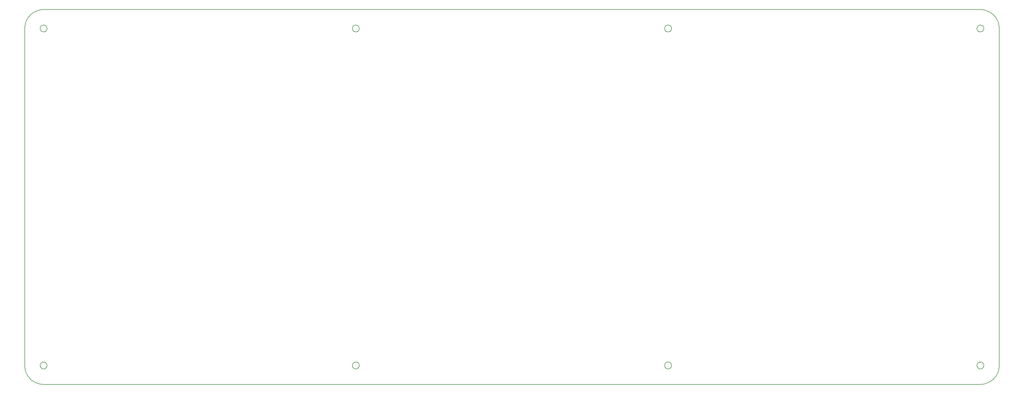
<source format=gbr>
%TF.GenerationSoftware,KiCad,Pcbnew,8.0.7*%
%TF.CreationDate,2025-01-18T15:19:19-06:00*%
%TF.ProjectId,bottom-plate,626f7474-6f6d-42d7-906c-6174652e6b69,rev?*%
%TF.SameCoordinates,Original*%
%TF.FileFunction,Profile,NP*%
%FSLAX46Y46*%
G04 Gerber Fmt 4.6, Leading zero omitted, Abs format (unit mm)*
G04 Created by KiCad (PCBNEW 8.0.7) date 2025-01-18 15:19:19*
%MOMM*%
%LPD*%
G01*
G04 APERTURE LIST*
%TA.AperFunction,Profile*%
%ADD10C,0.188976*%
%TD*%
G04 APERTURE END LIST*
D10*
X221107003Y-129603002D02*
X221413995Y-129760000D01*
X221657006Y-130003003D01*
X221812997Y-130310003D01*
X221866998Y-130649999D01*
X221812997Y-130989003D01*
X221657006Y-131296003D01*
X221413995Y-131538999D01*
X221107003Y-131695997D01*
X220767007Y-131749997D01*
X220426995Y-131695997D01*
X220120996Y-131538999D01*
X219876992Y-131296003D01*
X219721002Y-130989003D01*
X219667001Y-130649999D01*
X219721002Y-130310003D01*
X219876992Y-130003003D01*
X220120996Y-129760000D01*
X220426995Y-129603002D01*
X220767007Y-129550000D01*
X221107003Y-129603002D01*
X22606000Y-129603002D02*
X22913000Y-129760000D01*
X23156000Y-130003003D01*
X23313000Y-130310003D01*
X23367000Y-130649999D01*
X23313000Y-130989003D01*
X23156000Y-131296003D01*
X22913000Y-131538999D01*
X22606000Y-131695997D01*
X22267000Y-131749997D01*
X21927000Y-131695997D01*
X21620000Y-131538999D01*
X21377000Y-131296003D01*
X21220000Y-130989003D01*
X21167000Y-130649999D01*
X21220000Y-130310003D01*
X21377000Y-130003003D01*
X21620000Y-129760000D01*
X21927000Y-129603002D01*
X22267000Y-129550000D01*
X22606000Y-129603002D01*
X121857003Y-129603002D02*
X122163003Y-129760000D01*
X122406999Y-130003003D01*
X122562997Y-130310003D01*
X122616998Y-130649999D01*
X122562997Y-130989003D01*
X122406999Y-131296003D01*
X122163003Y-131538999D01*
X121857003Y-131695997D01*
X121516999Y-131749997D01*
X121177003Y-131695997D01*
X120869996Y-131538999D01*
X120627000Y-131296003D01*
X120471002Y-130989003D01*
X120417001Y-130649999D01*
X120471002Y-130310003D01*
X120627000Y-130003003D01*
X120869996Y-129760000D01*
X121177003Y-129603002D01*
X121516999Y-129550000D01*
X121857003Y-129603002D01*
X121857003Y-22352000D02*
X122163003Y-22509000D01*
X122406999Y-22752000D01*
X122562997Y-23059000D01*
X122616998Y-23399000D01*
X122562997Y-23738000D01*
X122406999Y-24045000D01*
X122163003Y-24288000D01*
X121857003Y-24445000D01*
X121516999Y-24499000D01*
X121177003Y-24445000D01*
X120869996Y-24288000D01*
X120627000Y-24045000D01*
X120471002Y-23738000D01*
X120417001Y-23399000D01*
X120471002Y-23059000D01*
X120627000Y-22752000D01*
X120869996Y-22509000D01*
X121177003Y-22352000D01*
X121516999Y-22299000D01*
X121857003Y-22352000D01*
X320357003Y-129603002D02*
X320664010Y-129760000D01*
X320906991Y-130003003D01*
X321064004Y-130310003D01*
X321117990Y-130649999D01*
X321064004Y-130989003D01*
X320906991Y-131296003D01*
X320664010Y-131538999D01*
X320357003Y-131695997D01*
X320018014Y-131749997D01*
X319677987Y-131695997D01*
X319371011Y-131538999D01*
X319128000Y-131296003D01*
X318970987Y-130989003D01*
X318918008Y-130649999D01*
X318970987Y-130310003D01*
X319128000Y-130003003D01*
X319371011Y-129760000D01*
X319677987Y-129603002D01*
X320018014Y-129550000D01*
X320357003Y-129603002D01*
X22606000Y-22352000D02*
X22913000Y-22509000D01*
X23156000Y-22752000D01*
X23313000Y-23059000D01*
X23367000Y-23399000D01*
X23313000Y-23738000D01*
X23156000Y-24045000D01*
X22913000Y-24288000D01*
X22606000Y-24445000D01*
X22267000Y-24499000D01*
X21927000Y-24445000D01*
X21620000Y-24288000D01*
X21377000Y-24045000D01*
X21220000Y-23738000D01*
X21167000Y-23399000D01*
X21220000Y-23059000D01*
X21377000Y-22752000D01*
X21620000Y-22509000D01*
X21927000Y-22352000D01*
X22267000Y-22299000D01*
X22606000Y-22352000D01*
X320357003Y-22352000D02*
X320664010Y-22509000D01*
X320906991Y-22752000D01*
X321064004Y-23059000D01*
X321117990Y-23399000D01*
X321064004Y-23738000D01*
X320906991Y-24045000D01*
X320664010Y-24288000D01*
X320357003Y-24445000D01*
X320018014Y-24499000D01*
X319677987Y-24445000D01*
X319371011Y-24288000D01*
X319128000Y-24045000D01*
X318970987Y-23738000D01*
X318918008Y-23399000D01*
X318970987Y-23059000D01*
X319128000Y-22752000D01*
X319371011Y-22509000D01*
X319677987Y-22352000D01*
X320018014Y-22299000D01*
X320357003Y-22352000D01*
X221107003Y-22352000D02*
X221413995Y-22509000D01*
X221657006Y-22752000D01*
X221812997Y-23059000D01*
X221866998Y-23399000D01*
X221812997Y-23738000D01*
X221657006Y-24045000D01*
X221413995Y-24288000D01*
X221107003Y-24445000D01*
X220767007Y-24499000D01*
X220426995Y-24445000D01*
X220120996Y-24288000D01*
X219876992Y-24045000D01*
X219721002Y-23738000D01*
X219667001Y-23399000D01*
X219721002Y-23059000D01*
X219876992Y-22752000D01*
X220120996Y-22509000D01*
X220426995Y-22352000D01*
X220767007Y-22299000D01*
X221107003Y-22352000D01*
X320487985Y-17417000D02*
X320956002Y-17472000D01*
X321418008Y-17564000D01*
X321871987Y-17692000D01*
X322314004Y-17855000D01*
X322741006Y-18052000D01*
X323151986Y-18283000D01*
X323544015Y-18544000D01*
X323914010Y-18836000D01*
X324259988Y-19156000D01*
X324579995Y-19502000D01*
X324871987Y-19872000D01*
X325133004Y-20264000D01*
X325363992Y-20675000D01*
X325561013Y-21102000D01*
X325724008Y-21544000D01*
X325851999Y-21998000D01*
X325944009Y-22460000D01*
X325999002Y-22928000D01*
X326018014Y-23399000D01*
X326018014Y-130649000D01*
X325999002Y-131120000D01*
X325944009Y-131588003D01*
X325851999Y-132050000D01*
X325724008Y-132504003D01*
X325561013Y-132945997D01*
X325363992Y-133372998D01*
X325133004Y-133784002D01*
X324871987Y-134176000D01*
X324579995Y-134546003D01*
X324259988Y-134892003D01*
X323914010Y-135212003D01*
X323544015Y-135504003D01*
X323151986Y-135764997D01*
X322741006Y-135996000D01*
X322314004Y-136192998D01*
X321871987Y-136356000D01*
X321418008Y-136483999D01*
X320956002Y-136576002D01*
X320487985Y-136631002D01*
X320018014Y-136649000D01*
X22267000Y-136649000D01*
X21796000Y-136631002D01*
X21328000Y-136576002D01*
X20866000Y-136483999D01*
X20412000Y-136356000D01*
X19970000Y-136192998D01*
X19543000Y-135996000D01*
X19132000Y-135764997D01*
X18740000Y-135504003D01*
X18370000Y-135212003D01*
X18024000Y-134892003D01*
X17704000Y-134546003D01*
X17412000Y-134176000D01*
X17151000Y-133784002D01*
X16920000Y-133372998D01*
X16723000Y-132945997D01*
X16560000Y-132504003D01*
X16432000Y-132050000D01*
X16340000Y-131588003D01*
X16285000Y-131120000D01*
X16266000Y-130649000D01*
X16267000Y-23398000D01*
X16285000Y-22928000D01*
X16340000Y-22460000D01*
X16432000Y-21998000D01*
X16560000Y-21544000D01*
X16723000Y-21102000D01*
X16920000Y-20675000D01*
X17151000Y-20264000D01*
X17412000Y-19872000D01*
X17704000Y-19502000D01*
X18024000Y-19156000D01*
X18370000Y-18836000D01*
X18740000Y-18544000D01*
X19132000Y-18283000D01*
X19543000Y-18052000D01*
X19970000Y-17855000D01*
X20412000Y-17692000D01*
X20866000Y-17564000D01*
X21328000Y-17472000D01*
X21796000Y-17417000D01*
X22267000Y-17398000D01*
X320018014Y-17398000D01*
X320487985Y-17417000D01*
M02*

</source>
